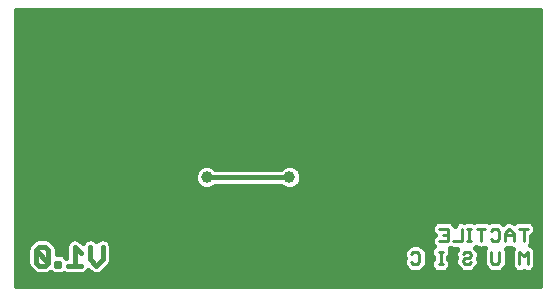
<source format=gbl>
G75*
%MOIN*%
%OFA0B0*%
%FSLAX25Y25*%
%IPPOS*%
%LPD*%
%AMOC8*
5,1,8,0,0,1.08239X$1,22.5*
%
%ADD10C,0.01600*%
%ADD11C,0.01000*%
%ADD12C,0.03962*%
D10*
X0007000Y0007000D02*
X0007000Y0098962D01*
X0181639Y0098962D01*
X0181639Y0007000D01*
X0007000Y0007000D01*
X0007000Y0008194D02*
X0181639Y0008194D01*
X0181639Y0009793D02*
X0007000Y0009793D01*
X0007000Y0011391D02*
X0013047Y0011391D01*
X0013188Y0011250D02*
X0014217Y0010824D01*
X0017424Y0010824D01*
X0018453Y0011250D01*
X0018680Y0011476D01*
X0018906Y0011250D01*
X0019935Y0010824D01*
X0022096Y0010824D01*
X0023071Y0011228D01*
X0024046Y0010824D01*
X0029346Y0010824D01*
X0030375Y0011250D01*
X0031163Y0012038D01*
X0031283Y0012327D01*
X0032360Y0011250D01*
X0033389Y0010824D01*
X0034503Y0010824D01*
X0035532Y0011250D01*
X0036320Y0012038D01*
X0038413Y0014131D01*
X0038839Y0015160D01*
X0038839Y0016274D01*
X0038839Y0020460D01*
X0038413Y0021489D01*
X0037625Y0022277D01*
X0036596Y0022703D01*
X0035482Y0022703D01*
X0034453Y0022277D01*
X0033946Y0021770D01*
X0033439Y0022277D01*
X0032410Y0022703D01*
X0031296Y0022703D01*
X0030267Y0022277D01*
X0029479Y0021489D01*
X0029359Y0021199D01*
X0029070Y0021489D01*
X0028282Y0022277D01*
X0027667Y0022531D01*
X0027253Y0022703D01*
X0026139Y0022703D01*
X0025110Y0022277D01*
X0024322Y0021489D01*
X0024068Y0020874D01*
X0023896Y0020460D01*
X0023896Y0016362D01*
X0023833Y0016336D01*
X0023125Y0017044D01*
X0022096Y0017470D01*
X0020714Y0017470D01*
X0020714Y0019413D01*
X0020287Y0020442D01*
X0019685Y0021044D01*
X0019241Y0021489D01*
X0019055Y0021675D01*
X0018453Y0022277D01*
X0018131Y0022410D01*
X0017424Y0022703D01*
X0014217Y0022703D01*
X0013469Y0022393D01*
X0013188Y0022277D01*
X0013188Y0022277D01*
X0013188Y0022277D01*
X0012567Y0021656D01*
X0012400Y0021489D01*
X0012012Y0021101D01*
X0011354Y0020443D01*
X0011354Y0020442D01*
X0010962Y0019496D01*
X0010927Y0019413D01*
X0010927Y0014113D01*
X0011354Y0013084D01*
X0012400Y0012038D01*
X0013188Y0011250D01*
X0011448Y0012990D02*
X0007000Y0012990D01*
X0007000Y0014588D02*
X0010927Y0014588D01*
X0010927Y0016187D02*
X0007000Y0016187D01*
X0007000Y0017785D02*
X0010927Y0017785D01*
X0010927Y0019384D02*
X0007000Y0019384D01*
X0007000Y0020982D02*
X0011893Y0020982D01*
X0012400Y0021489D02*
X0012400Y0021489D01*
X0013922Y0022581D02*
X0007000Y0022581D01*
X0007000Y0024179D02*
X0146420Y0024179D01*
X0146106Y0024494D02*
X0146750Y0023849D01*
X0146106Y0023204D01*
X0145725Y0022285D01*
X0145725Y0021291D01*
X0146106Y0020372D01*
X0146369Y0020109D01*
X0145909Y0019649D01*
X0145528Y0018730D01*
X0145528Y0017735D01*
X0145909Y0016817D01*
X0146215Y0016510D01*
X0146215Y0015833D01*
X0145909Y0015527D01*
X0145528Y0014608D01*
X0145528Y0013614D01*
X0145909Y0012695D01*
X0146612Y0011992D01*
X0147531Y0011611D01*
X0149899Y0011611D01*
X0150818Y0011992D01*
X0151521Y0012695D01*
X0151902Y0013614D01*
X0151902Y0014608D01*
X0151521Y0015527D01*
X0151215Y0015833D01*
X0151215Y0016510D01*
X0151521Y0016817D01*
X0151902Y0017735D01*
X0151902Y0018730D01*
X0151641Y0019359D01*
X0151955Y0019489D01*
X0152440Y0019288D01*
X0154286Y0019288D01*
X0153960Y0018962D01*
X0153579Y0018043D01*
X0153579Y0017048D01*
X0153800Y0016515D01*
X0153579Y0015982D01*
X0153579Y0014301D01*
X0153960Y0013382D01*
X0154647Y0012695D01*
X0155350Y0011992D01*
X0156269Y0011611D01*
X0158638Y0011611D01*
X0159556Y0011992D01*
X0160947Y0013382D01*
X0161327Y0014301D01*
X0161327Y0015295D01*
X0161106Y0015828D01*
X0161327Y0016361D01*
X0161327Y0018043D01*
X0161007Y0018815D01*
X0160947Y0018962D01*
X0160476Y0019432D01*
X0160260Y0019649D01*
X0160241Y0019668D01*
X0160243Y0019669D01*
X0160497Y0019922D01*
X0160750Y0019669D01*
X0161669Y0019288D01*
X0162663Y0019288D01*
X0163355Y0019575D01*
X0163005Y0018730D01*
X0163005Y0014301D01*
X0163385Y0013382D01*
X0164089Y0012679D01*
X0164776Y0011992D01*
X0165694Y0011611D01*
X0168063Y0011611D01*
X0168982Y0011992D01*
X0169685Y0012695D01*
X0170372Y0013382D01*
X0170753Y0014301D01*
X0170753Y0018730D01*
X0170521Y0019288D01*
X0170715Y0019288D01*
X0171591Y0019651D01*
X0172468Y0019288D01*
X0172661Y0019288D01*
X0172430Y0018730D01*
X0172430Y0013614D01*
X0172811Y0012695D01*
X0173514Y0011992D01*
X0174433Y0011611D01*
X0175427Y0011611D01*
X0176304Y0011974D01*
X0177181Y0011611D01*
X0178175Y0011611D01*
X0179094Y0011992D01*
X0179797Y0012695D01*
X0180178Y0013614D01*
X0180178Y0018730D01*
X0180016Y0019121D01*
X0179797Y0019649D01*
X0179786Y0019660D01*
X0179094Y0020352D01*
X0178515Y0020592D01*
X0178804Y0021291D01*
X0178804Y0023670D01*
X0179094Y0023790D01*
X0179797Y0024494D01*
X0180178Y0025413D01*
X0180178Y0026407D01*
X0179797Y0027326D01*
X0179094Y0028029D01*
X0178175Y0028410D01*
X0174433Y0028410D01*
X0173514Y0028029D01*
X0173261Y0027776D01*
X0173008Y0028029D01*
X0172458Y0028257D01*
X0172089Y0028410D01*
X0171094Y0028410D01*
X0170175Y0028029D01*
X0169579Y0027432D01*
X0169452Y0027559D01*
X0168982Y0028029D01*
X0168982Y0028029D01*
X0168835Y0028090D01*
X0168063Y0028410D01*
X0165694Y0028410D01*
X0164944Y0028099D01*
X0164866Y0028067D01*
X0164037Y0028410D01*
X0160295Y0028410D01*
X0159810Y0028209D01*
X0159324Y0028410D01*
X0156956Y0028410D01*
X0156569Y0028250D01*
X0156183Y0028410D01*
X0155188Y0028410D01*
X0154269Y0028029D01*
X0153566Y0027326D01*
X0153329Y0026754D01*
X0153092Y0027326D01*
X0152389Y0028029D01*
X0151470Y0028410D01*
X0147728Y0028410D01*
X0146809Y0028029D01*
X0146106Y0027326D01*
X0145725Y0026407D01*
X0145725Y0025413D01*
X0146106Y0024494D01*
X0145725Y0025778D02*
X0007000Y0025778D01*
X0007000Y0027376D02*
X0146156Y0027376D01*
X0145847Y0022581D02*
X0036892Y0022581D01*
X0035187Y0022581D02*
X0032705Y0022581D01*
X0031001Y0022581D02*
X0027548Y0022581D01*
X0025844Y0022581D02*
X0017719Y0022581D01*
X0018453Y0022277D02*
X0018453Y0022277D01*
X0018453Y0022277D01*
X0019241Y0021489D02*
X0019241Y0021489D01*
X0019748Y0020982D02*
X0024112Y0020982D01*
X0023896Y0019384D02*
X0020714Y0019384D01*
X0017914Y0018856D02*
X0016867Y0019903D01*
X0014774Y0019903D01*
X0013727Y0018856D01*
X0017914Y0014670D01*
X0016867Y0013624D01*
X0014774Y0013624D01*
X0013727Y0014670D01*
X0013727Y0018856D01*
X0017914Y0018856D02*
X0017914Y0014670D01*
X0020492Y0014670D02*
X0020492Y0013624D01*
X0021539Y0013624D01*
X0021539Y0014670D01*
X0020492Y0014670D01*
X0020714Y0017785D02*
X0023896Y0017785D01*
X0026696Y0019903D02*
X0026696Y0013624D01*
X0028789Y0013624D02*
X0024603Y0013624D01*
X0030516Y0011391D02*
X0032219Y0011391D01*
X0035673Y0011391D02*
X0181639Y0011391D01*
X0181639Y0012990D02*
X0179919Y0012990D01*
X0180178Y0014588D02*
X0181639Y0014588D01*
X0181639Y0016187D02*
X0180178Y0016187D01*
X0180178Y0017785D02*
X0181639Y0017785D01*
X0181639Y0019384D02*
X0179907Y0019384D01*
X0179797Y0019649D02*
X0179797Y0019649D01*
X0178676Y0020982D02*
X0181639Y0020982D01*
X0181639Y0022581D02*
X0178804Y0022581D01*
X0179483Y0024179D02*
X0181639Y0024179D01*
X0181639Y0025778D02*
X0180178Y0025778D01*
X0179747Y0027376D02*
X0181639Y0027376D01*
X0181639Y0028975D02*
X0007000Y0028975D01*
X0007000Y0030573D02*
X0181639Y0030573D01*
X0181639Y0032172D02*
X0007000Y0032172D01*
X0007000Y0033770D02*
X0181639Y0033770D01*
X0181639Y0035369D02*
X0007000Y0035369D01*
X0007000Y0036967D02*
X0181639Y0036967D01*
X0181639Y0038566D02*
X0007000Y0038566D01*
X0007000Y0040164D02*
X0068042Y0040164D01*
X0068443Y0039764D02*
X0069906Y0039157D01*
X0071490Y0039157D01*
X0072953Y0039764D01*
X0073528Y0040339D01*
X0095427Y0040339D01*
X0096002Y0039764D01*
X0097465Y0039157D01*
X0099049Y0039157D01*
X0100512Y0039764D01*
X0101632Y0040883D01*
X0102238Y0042347D01*
X0102238Y0043930D01*
X0101632Y0045394D01*
X0100512Y0046514D01*
X0099049Y0047120D01*
X0097465Y0047120D01*
X0096002Y0046514D01*
X0095427Y0045939D01*
X0073528Y0045939D01*
X0072953Y0046514D01*
X0071490Y0047120D01*
X0069906Y0047120D01*
X0068443Y0046514D01*
X0067323Y0045394D01*
X0066717Y0043930D01*
X0066717Y0042347D01*
X0067323Y0040883D01*
X0068443Y0039764D01*
X0066958Y0041763D02*
X0007000Y0041763D01*
X0007000Y0043361D02*
X0066717Y0043361D01*
X0067143Y0044960D02*
X0007000Y0044960D01*
X0007000Y0046558D02*
X0068551Y0046558D01*
X0072845Y0046558D02*
X0096110Y0046558D01*
X0098257Y0043139D02*
X0070698Y0043139D01*
X0073353Y0040164D02*
X0095601Y0040164D01*
X0100912Y0040164D02*
X0181639Y0040164D01*
X0181639Y0041763D02*
X0101996Y0041763D01*
X0102238Y0043361D02*
X0181639Y0043361D01*
X0181639Y0044960D02*
X0101811Y0044960D01*
X0100404Y0046558D02*
X0181639Y0046558D01*
X0181639Y0048157D02*
X0007000Y0048157D01*
X0007000Y0049755D02*
X0181639Y0049755D01*
X0181639Y0051354D02*
X0007000Y0051354D01*
X0007000Y0052952D02*
X0181639Y0052952D01*
X0181639Y0054551D02*
X0007000Y0054551D01*
X0007000Y0056149D02*
X0181639Y0056149D01*
X0181639Y0057748D02*
X0007000Y0057748D01*
X0007000Y0059346D02*
X0181639Y0059346D01*
X0181639Y0060945D02*
X0007000Y0060945D01*
X0007000Y0062543D02*
X0181639Y0062543D01*
X0181639Y0064142D02*
X0007000Y0064142D01*
X0007000Y0065740D02*
X0181639Y0065740D01*
X0181639Y0067339D02*
X0007000Y0067339D01*
X0007000Y0068937D02*
X0181639Y0068937D01*
X0181639Y0070536D02*
X0007000Y0070536D01*
X0007000Y0072134D02*
X0181639Y0072134D01*
X0181639Y0073733D02*
X0007000Y0073733D01*
X0007000Y0075332D02*
X0181639Y0075332D01*
X0181639Y0076930D02*
X0007000Y0076930D01*
X0007000Y0078529D02*
X0181639Y0078529D01*
X0181639Y0080127D02*
X0007000Y0080127D01*
X0007000Y0081726D02*
X0181639Y0081726D01*
X0181639Y0083324D02*
X0007000Y0083324D01*
X0007000Y0084923D02*
X0181639Y0084923D01*
X0181639Y0086521D02*
X0007000Y0086521D01*
X0007000Y0088120D02*
X0181639Y0088120D01*
X0181639Y0089718D02*
X0007000Y0089718D01*
X0007000Y0091317D02*
X0181639Y0091317D01*
X0181639Y0092915D02*
X0007000Y0092915D01*
X0007000Y0094514D02*
X0181639Y0094514D01*
X0181639Y0096112D02*
X0007000Y0096112D01*
X0007000Y0097711D02*
X0181639Y0097711D01*
X0153616Y0027376D02*
X0153042Y0027376D01*
X0145853Y0020982D02*
X0038623Y0020982D01*
X0038839Y0019384D02*
X0137102Y0019384D01*
X0136680Y0018962D02*
X0136300Y0018043D01*
X0136300Y0017048D01*
X0136663Y0016172D01*
X0136300Y0015295D01*
X0136300Y0014301D01*
X0136680Y0013382D01*
X0138070Y0011992D01*
X0138989Y0011611D01*
X0141358Y0011611D01*
X0142277Y0011992D01*
X0142980Y0012695D01*
X0143667Y0013382D01*
X0144047Y0014301D01*
X0144047Y0018043D01*
X0143728Y0018815D01*
X0143667Y0018962D01*
X0143196Y0019432D01*
X0142980Y0019649D01*
X0142747Y0019881D01*
X0142277Y0020352D01*
X0142277Y0020352D01*
X0142130Y0020413D01*
X0141358Y0020733D01*
X0138989Y0020733D01*
X0138070Y0020352D01*
X0136680Y0018962D01*
X0136300Y0017785D02*
X0038839Y0017785D01*
X0038839Y0016187D02*
X0136657Y0016187D01*
X0136300Y0014588D02*
X0038603Y0014588D01*
X0037272Y0012990D02*
X0137072Y0012990D01*
X0143275Y0012990D02*
X0145787Y0012990D01*
X0145528Y0014588D02*
X0144047Y0014588D01*
X0144047Y0016187D02*
X0146215Y0016187D01*
X0145528Y0017785D02*
X0144047Y0017785D01*
X0143667Y0018962D02*
X0143667Y0018962D01*
X0143667Y0018962D01*
X0143245Y0019384D02*
X0145799Y0019384D01*
X0142980Y0019649D02*
X0142980Y0019649D01*
X0142277Y0020352D02*
X0142277Y0020352D01*
X0151700Y0019384D02*
X0152210Y0019384D01*
X0151902Y0017785D02*
X0153579Y0017785D01*
X0153664Y0016187D02*
X0151215Y0016187D01*
X0151902Y0014588D02*
X0153579Y0014588D01*
X0154352Y0012990D02*
X0151643Y0012990D01*
X0160554Y0012990D02*
X0163778Y0012990D01*
X0163005Y0014588D02*
X0161327Y0014588D01*
X0161255Y0016187D02*
X0163005Y0016187D01*
X0163005Y0017785D02*
X0161327Y0017785D01*
X0160947Y0018962D02*
X0160947Y0018962D01*
X0160947Y0018962D01*
X0160525Y0019384D02*
X0161438Y0019384D01*
X0160260Y0019649D02*
X0160260Y0019649D01*
X0162894Y0019384D02*
X0163276Y0019384D01*
X0170753Y0017785D02*
X0172430Y0017785D01*
X0172430Y0016187D02*
X0170753Y0016187D01*
X0170753Y0014588D02*
X0172430Y0014588D01*
X0172689Y0012990D02*
X0169980Y0012990D01*
X0170945Y0019384D02*
X0172238Y0019384D01*
X0036039Y0019903D02*
X0036039Y0015717D01*
X0033946Y0013624D01*
X0031853Y0015717D01*
X0031853Y0019903D01*
X0029070Y0021489D02*
X0029070Y0021489D01*
X0026696Y0019903D02*
X0028789Y0017810D01*
X0018765Y0011391D02*
X0018594Y0011391D01*
D11*
X0138800Y0014798D02*
X0139487Y0014111D01*
X0140860Y0014111D01*
X0141547Y0014798D01*
X0141547Y0017546D01*
X0140860Y0018233D01*
X0139487Y0018233D01*
X0138800Y0017546D01*
X0148028Y0018233D02*
X0149402Y0018233D01*
X0148715Y0018233D02*
X0148715Y0014111D01*
X0149402Y0014111D02*
X0148028Y0014111D01*
X0156079Y0014798D02*
X0156766Y0014111D01*
X0158140Y0014111D01*
X0158827Y0014798D01*
X0158140Y0016172D02*
X0156766Y0016172D01*
X0156079Y0015485D01*
X0156079Y0014798D01*
X0158140Y0016172D02*
X0158827Y0016859D01*
X0158827Y0017546D01*
X0158140Y0018233D01*
X0156766Y0018233D01*
X0156079Y0017546D01*
X0155685Y0021788D02*
X0152938Y0021788D01*
X0150973Y0021788D02*
X0148225Y0021788D01*
X0149599Y0023849D02*
X0150973Y0023849D01*
X0150973Y0025910D02*
X0148225Y0025910D01*
X0150973Y0025910D02*
X0150973Y0021788D01*
X0155685Y0021788D02*
X0155685Y0025910D01*
X0157453Y0025910D02*
X0158827Y0025910D01*
X0158140Y0025910D02*
X0158140Y0021788D01*
X0158827Y0021788D02*
X0157453Y0021788D01*
X0162166Y0021788D02*
X0162166Y0025910D01*
X0163540Y0025910D02*
X0160792Y0025910D01*
X0165505Y0025223D02*
X0166192Y0025910D01*
X0167566Y0025910D01*
X0168253Y0025223D01*
X0168253Y0022475D01*
X0167566Y0021788D01*
X0166192Y0021788D01*
X0165505Y0022475D01*
X0170218Y0021788D02*
X0170218Y0024536D01*
X0171591Y0025910D01*
X0172965Y0024536D01*
X0172965Y0021788D01*
X0172965Y0023849D02*
X0170218Y0023849D01*
X0174930Y0025910D02*
X0177678Y0025910D01*
X0176304Y0025910D02*
X0176304Y0021788D01*
X0174930Y0018233D02*
X0174930Y0014111D01*
X0177678Y0014111D02*
X0177678Y0018233D01*
X0176304Y0016859D01*
X0174930Y0018233D01*
X0168253Y0018233D02*
X0168253Y0014798D01*
X0167566Y0014111D01*
X0166192Y0014111D01*
X0165505Y0014798D01*
X0165505Y0018233D01*
D12*
X0133690Y0039202D03*
X0106131Y0051013D03*
X0098257Y0043139D03*
X0070698Y0043139D03*
X0078572Y0066761D03*
M02*

</source>
